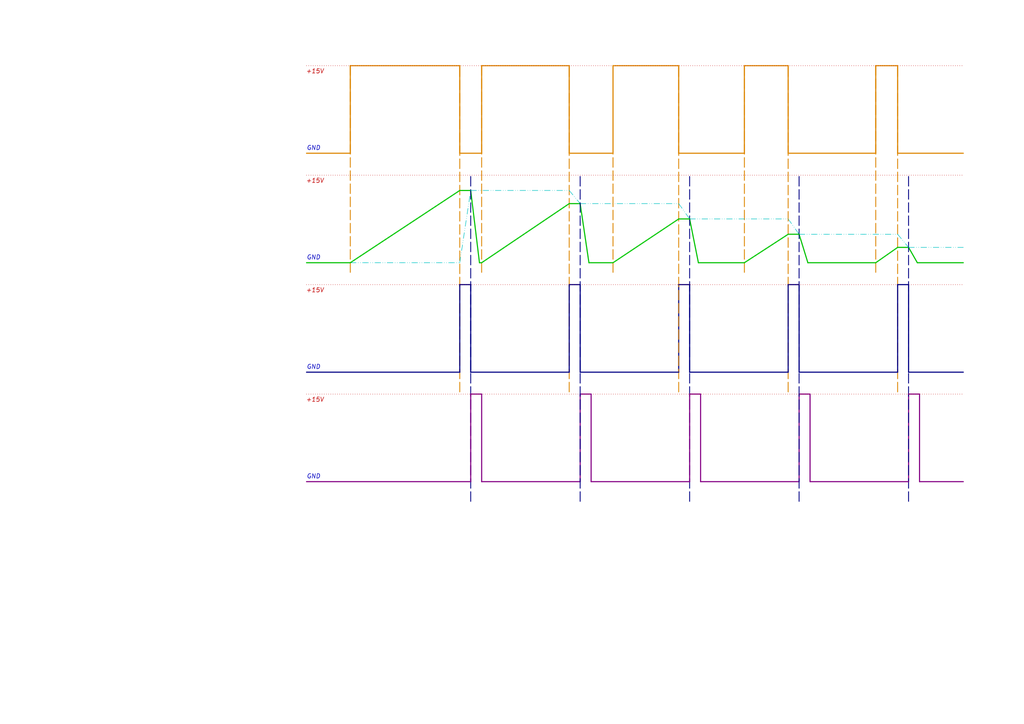
<source format=kicad_sch>
(kicad_sch (version 20230121) (generator eeschema)
  (paper "A4")
  (lib_symbols)
  (polyline (pts (xy 231.775 114.3) (xy 231.775 139.7)) (stroke (width 0.3175) (color 132 0 132 1)))
  (polyline (pts (xy 234.95 114.3) (xy 234.95 139.7)) (stroke (width 0.3175) (color 132 0 132 1)))
  (polyline (pts (xy 139.7 19.05) (xy 139.7 79.375)) (stroke (width 0.254) (type dash) (color 221 133 0 1)))
  (polyline (pts (xy 177.8 76.2) (xy 196.85 63.5)) (stroke (width 0.3175) (color 0 194 0 1)))
  (polyline (pts (xy 168.275 82.55) (xy 168.275 107.95)) (stroke (width 0.3175) (color 0 0 132 1)))
  (polyline (pts (xy 203.2 139.7) (xy 231.775 139.7)) (stroke (width 0.3175) (color 132 0 132 1)))
  (polyline (pts (xy 200.025 114.3) (xy 203.2 114.3)) (stroke (width 0.3175) (color 132 0 132 1)))
  (polyline (pts (xy 196.85 63.5) (xy 200.025 63.5)) (stroke (width 0.3175) (color 0 194 0 1)))
  (polyline (pts (xy 231.775 114.3) (xy 234.95 114.3)) (stroke (width 0.3175) (color 132 0 132 1)))
  (polyline (pts (xy 136.525 107.95) (xy 165.1 107.95)) (stroke (width 0.3175) (color 0 0 132 1)))
  (polyline (pts (xy 228.6 19.05) (xy 228.6 44.45)) (stroke (width 0.3175) (color 221 133 0 1)))
  (polyline (pts (xy 234.315 76.2) (xy 254 76.2)) (stroke (width 0.3175) (color 0 194 0 1)))
  (polyline (pts (xy 215.9 76.2) (xy 228.6 67.945)) (stroke (width 0.3175) (color 0 194 0 1)))
  (polyline (pts (xy 260.35 71.755) (xy 263.525 71.755)) (stroke (width 0.3175) (color 0 194 0 1)))
  (polyline (pts (xy 263.525 107.95) (xy 279.4 107.95)) (stroke (width 0.3175) (color 0 0 132 1)))
  (polyline (pts (xy 168.275 139.7) (xy 168.275 114.3)) (stroke (width 0.3175) (color 132 0 132 1)))
  (polyline (pts (xy 133.35 55.245) (xy 136.525 55.245)) (stroke (width 0.3175) (color 0 194 0 1)))
  (polyline (pts (xy 263.525 82.55) (xy 263.525 107.95)) (stroke (width 0.3175) (color 0 0 132 1)))
  (polyline (pts (xy 101.6 44.45) (xy 101.6 19.05)) (stroke (width 0.3175) (color 221 133 0 1)))
  (polyline (pts (xy 136.525 55.245) (xy 139.065 76.2)) (stroke (width 0.3175) (color 0 194 0 1)))
  (polyline (pts (xy 101.6 19.05) (xy 101.6 79.375)) (stroke (width 0.254) (type dash) (color 221 133 0 1)))
  (polyline (pts (xy 88.9 114.3) (xy 279.4 114.3)) (stroke (width 0) (type dot) (color 194 0 0 1)))
  (polyline (pts (xy 263.525 71.755) (xy 266.065 76.2)) (stroke (width 0.3175) (color 0 194 0 1)))
  (polyline (pts (xy 136.525 55.245) (xy 165.1 55.245)) (stroke (width 0) (type dash_dot_dot) (color 0 194 194 1)))
  (polyline (pts (xy 200.025 63.5) (xy 228.6 63.5)) (stroke (width 0) (type dash_dot_dot) (color 0 194 194 1)))
  (polyline (pts (xy 263.525 145.415) (xy 263.525 50.8)) (stroke (width 0.254) (type dash) (color 0 0 132 1)))
  (polyline (pts (xy 254 76.2) (xy 260.35 71.755)) (stroke (width 0.3175) (color 0 194 0 1)))
  (polyline (pts (xy 165.1 55.245) (xy 168.275 59.055)) (stroke (width 0) (type dash_dot_dot) (color 0 194 194 1)))
  (polyline (pts (xy 133.35 44.45) (xy 139.7 44.45)) (stroke (width 0.3175) (color 221 133 0 1)))
  (polyline (pts (xy 139.065 76.2) (xy 139.7 76.2)) (stroke (width 0.3175) (color 0 194 0 1)))
  (polyline (pts (xy 133.35 107.95) (xy 133.35 82.55)) (stroke (width 0.3175) (color 0 0 132 1)))
  (polyline (pts (xy 139.7 44.45) (xy 139.7 19.05)) (stroke (width 0.3175) (color 221 133 0 1)))
  (polyline (pts (xy 133.35 113.665) (xy 133.35 19.05)) (stroke (width 0.254) (type dash) (color 221 133 0 1)))
  (polyline (pts (xy 196.85 107.95) (xy 196.85 82.55)) (stroke (width 0.3175) (color 0 0 132 1)))
  (polyline (pts (xy 263.525 114.3) (xy 266.7 114.3)) (stroke (width 0.3175) (color 132 0 132 1)))
  (polyline (pts (xy 196.85 113.665) (xy 196.85 19.05)) (stroke (width 0.254) (type dash) (color 221 133 0 1)))
  (polyline (pts (xy 263.525 139.7) (xy 263.525 114.3)) (stroke (width 0.3175) (color 132 0 132 1)))
  (polyline (pts (xy 177.8 44.45) (xy 177.8 19.05)) (stroke (width 0.3175) (color 221 133 0 1)))
  (polyline (pts (xy 177.8 19.05) (xy 177.8 79.375)) (stroke (width 0.254) (type dash) (color 221 133 0 1)))
  (polyline (pts (xy 139.7 139.7) (xy 168.275 139.7)) (stroke (width 0.3175) (color 132 0 132 1)))
  (polyline (pts (xy 88.9 82.55) (xy 279.4 82.55)) (stroke (width 0) (type dot) (color 194 0 0 1)))
  (polyline (pts (xy 266.7 114.3) (xy 266.7 139.7)) (stroke (width 0.3175) (color 132 0 132 1)))
  (polyline (pts (xy 165.1 59.055) (xy 168.275 59.055)) (stroke (width 0.3175) (color 0 194 0 1)))
  (polyline (pts (xy 266.7 139.7) (xy 279.4 139.7)) (stroke (width 0.3175) (color 132 0 132 1)))
  (polyline (pts (xy 139.7 114.3) (xy 139.7 139.7)) (stroke (width 0.3175) (color 132 0 132 1)))
  (polyline (pts (xy 200.025 82.55) (xy 200.025 107.95)) (stroke (width 0.3175) (color 0 0 132 1)))
  (polyline (pts (xy 136.525 145.415) (xy 136.525 50.8)) (stroke (width 0.254) (type dash) (color 0 0 132 1)))
  (polyline (pts (xy 215.9 44.45) (xy 215.9 19.05)) (stroke (width 0.3175) (color 221 133 0 1)))
  (polyline (pts (xy 196.85 82.55) (xy 200.025 82.55)) (stroke (width 0.3175) (color 0 0 132 1)))
  (polyline (pts (xy 101.6 76.2) (xy 133.35 55.245)) (stroke (width 0.3175) (color 0 194 0 1)))
  (polyline (pts (xy 165.1 113.665) (xy 165.1 19.05)) (stroke (width 0.254) (type dash) (color 221 133 0 1)))
  (polyline (pts (xy 88.9 19.05) (xy 279.4 19.05)) (stroke (width 0) (type dot) (color 194 0 0 1)))
  (polyline (pts (xy 234.95 139.7) (xy 263.525 139.7)) (stroke (width 0.3175) (color 132 0 132 1)))
  (polyline (pts (xy 260.35 107.95) (xy 260.35 82.55)) (stroke (width 0.3175) (color 0 0 132 1)))
  (polyline (pts (xy 260.35 67.945) (xy 263.525 71.755)) (stroke (width 0) (type dash_dot_dot) (color 0 194 194 1)))
  (polyline (pts (xy 101.6 19.05) (xy 133.35 19.05)) (stroke (width 0.3175) (color 221 133 0 1)))
  (polyline (pts (xy 260.35 82.55) (xy 263.525 82.55)) (stroke (width 0.3175) (color 0 0 132 1)))
  (polyline (pts (xy 168.275 59.055) (xy 196.85 59.055)) (stroke (width 0) (type dash_dot_dot) (color 0 194 194 1)))
  (polyline (pts (xy 177.8 19.05) (xy 196.85 19.05)) (stroke (width 0.3175) (color 221 133 0 1)))
  (polyline (pts (xy 228.6 67.945) (xy 231.775 67.945)) (stroke (width 0.3175) (color 0 194 0 1)))
  (polyline (pts (xy 196.85 44.45) (xy 215.9 44.45)) (stroke (width 0.3175) (color 221 133 0 1)))
  (polyline (pts (xy 170.815 76.2) (xy 177.8 76.2)) (stroke (width 0.3175) (color 0 194 0 1)))
  (polyline (pts (xy 215.9 19.05) (xy 215.9 79.375)) (stroke (width 0.254) (type dash) (color 221 133 0 1)))
  (polyline (pts (xy 260.35 44.45) (xy 279.4 44.45)) (stroke (width 0.3175) (color 221 133 0 1)))
  (polyline (pts (xy 215.9 19.05) (xy 228.6 19.05)) (stroke (width 0.3175) (color 221 133 0 1)))
  (polyline (pts (xy 139.7 76.2) (xy 165.1 59.055)) (stroke (width 0.3175) (color 0 194 0 1)))
  (polyline (pts (xy 228.6 113.665) (xy 228.6 19.05)) (stroke (width 0.254) (type dash) (color 221 133 0 1)))
  (polyline (pts (xy 254 44.45) (xy 254 19.05)) (stroke (width 0.3175) (color 221 133 0 1)))
  (polyline (pts (xy 101.6 76.2) (xy 133.35 76.2)) (stroke (width 0) (type dash_dot_dot) (color 0 194 194 1)))
  (polyline (pts (xy 200.025 145.415) (xy 200.025 50.8)) (stroke (width 0.254) (type dash) (color 0 0 132 1)))
  (polyline (pts (xy 88.9 76.2) (xy 101.6 76.2)) (stroke (width 0.3175) (color 0 194 0 1)))
  (polyline (pts (xy 228.6 63.5) (xy 231.775 67.945)) (stroke (width 0) (type dash_dot_dot) (color 0 194 194 1)))
  (polyline (pts (xy 254 19.05) (xy 254 79.375)) (stroke (width 0.254) (type dash) (color 221 133 0 1)))
  (polyline (pts (xy 231.775 145.415) (xy 231.775 50.8)) (stroke (width 0.254) (type dash) (color 0 0 132 1)))
  (polyline (pts (xy 136.525 139.7) (xy 136.525 114.3)) (stroke (width 0.3175) (color 132 0 132 1)))
  (polyline (pts (xy 133.35 19.05) (xy 133.35 44.45)) (stroke (width 0.3175) (color 221 133 0 1)))
  (polyline (pts (xy 260.35 113.665) (xy 260.35 19.05)) (stroke (width 0.254) (type dash) (color 221 133 0 1)))
  (polyline (pts (xy 168.275 107.95) (xy 196.85 107.95)) (stroke (width 0.3175) (color 0 0 132 1)))
  (polyline (pts (xy 136.525 114.3) (xy 139.7 114.3)) (stroke (width 0.3175) (color 132 0 132 1)))
  (polyline (pts (xy 203.2 114.3) (xy 203.2 139.7)) (stroke (width 0.3175) (color 132 0 132 1)))
  (polyline (pts (xy 263.525 71.755) (xy 279.4 71.755)) (stroke (width 0) (type dash_dot_dot) (color 0 194 194 1)))
  (polyline (pts (xy 200.025 107.95) (xy 228.6 107.95)) (stroke (width 0.3175) (color 0 0 132 1)))
  (polyline (pts (xy 260.35 19.05) (xy 260.35 44.45)) (stroke (width 0.3175) (color 221 133 0 1)))
  (polyline (pts (xy 196.85 59.055) (xy 200.025 63.5)) (stroke (width 0) (type dash_dot_dot) (color 0 194 194 1)))
  (polyline (pts (xy 165.1 44.45) (xy 177.8 44.45)) (stroke (width 0.3175) (color 221 133 0 1)))
  (polyline (pts (xy 254 19.05) (xy 260.35 19.05)) (stroke (width 0.3175) (color 221 133 0 1)))
  (polyline (pts (xy 228.6 82.55) (xy 231.775 82.55)) (stroke (width 0.3175) (color 0 0 132 1)))
  (polyline (pts (xy 165.1 107.95) (xy 165.1 82.55)) (stroke (width 0.3175) (color 0 0 132 1)))
  (polyline (pts (xy 88.9 44.45) (xy 101.6 44.45)) (stroke (width 0.3175) (color 221 133 0 1)))
  (polyline (pts (xy 231.775 67.945) (xy 234.315 76.2)) (stroke (width 0.3175) (color 0 194 0 1)))
  (polyline (pts (xy 136.525 82.55) (xy 136.525 107.95)) (stroke (width 0.3175) (color 0 0 132 1)))
  (polyline (pts (xy 168.275 59.055) (xy 170.815 76.2)) (stroke (width 0.3175) (color 0 194 0 1)))
  (polyline (pts (xy 88.9 139.7) (xy 136.525 139.7)) (stroke (width 0.3175) (color 132 0 132 1)))
  (polyline (pts (xy 202.565 76.2) (xy 215.9 76.2)) (stroke (width 0.3175) (color 0 194 0 1)))
  (polyline (pts (xy 266.065 76.2) (xy 279.4 76.2)) (stroke (width 0.3175) (color 0 194 0 1)))
  (polyline (pts (xy 165.1 19.05) (xy 165.1 44.45)) (stroke (width 0.3175) (color 221 133 0 1)))
  (polyline (pts (xy 228.6 82.55) (xy 228.6 107.95)) (stroke (width 0.3175) (color 0 0 132 1)))
  (polyline (pts (xy 196.85 19.05) (xy 196.85 44.45)) (stroke (width 0.3175) (color 221 133 0 1)))
  (polyline (pts (xy 200.025 63.5) (xy 202.565 76.2)) (stroke (width 0.3175) (color 0 194 0 1)))
  (polyline (pts (xy 88.9 50.8) (xy 279.4 50.8)) (stroke (width 0) (type dot) (color 194 0 0 1)))
  (polyline (pts (xy 231.775 67.945) (xy 260.35 67.945)) (stroke (width 0) (type dash_dot_dot) (color 0 194 194 1)))
  (polyline (pts (xy 171.45 139.7) (xy 200.025 139.7)) (stroke (width 0.3175) (color 132 0 132 1)))
  (polyline (pts (xy 165.1 82.55) (xy 168.275 82.55)) (stroke (width 0.3175) (color 0 0 132 1)))
  (polyline (pts (xy 88.9 107.95) (xy 133.35 107.95)) (stroke (width 0.3175) (color 0 0 132 1)))
  (polyline (pts (xy 200.025 139.7) (xy 200.025 114.3)) (stroke (width 0.3175) (color 132 0 132 1)))
  (polyline (pts (xy 231.775 107.95) (xy 260.35 107.95)) (stroke (width 0.3175) (color 0 0 132 1)))
  (polyline (pts (xy 139.7 19.05) (xy 165.1 19.05)) (stroke (width 0.3175) (color 221 133 0 1)))
  (polyline (pts (xy 168.275 114.3) (xy 171.45 114.3)) (stroke (width 0.3175) (color 132 0 132 1)))
  (polyline (pts (xy 133.35 82.55) (xy 136.525 82.55)) (stroke (width 0.3175) (color 0 0 132 1)))
  (polyline (pts (xy 168.275 145.415) (xy 168.275 50.8)) (stroke (width 0.254) (type dash) (color 0 0 132 1)))
  (polyline (pts (xy 231.775 82.55) (xy 231.775 107.95)) (stroke (width 0.3175) (color 0 0 132 1)))
  (polyline (pts (xy 133.35 76.2) (xy 136.525 55.245)) (stroke (width 0) (type dash_dot_dot) (color 0 194 194 1)))
  (polyline (pts (xy 228.6 44.45) (xy 254 44.45)) (stroke (width 0.3175) (color 221 133 0 1)))
  (polyline (pts (xy 171.45 114.3) (xy 171.45 139.7)) (stroke (width 0.3175) (color 132 0 132 1)))
  (text "+15V" (at 93.98 21.59 0) (effects (font (size 1.27 1.27) italic) (justify right bottom)))
  (text "GND" (at 88.9 139.065 0) (effects (font (size 1.27 1.27) italic) (justify left bottom)))
  (text "GND" (at 88.9 75.565 0) (effects (font (size 1.27 1.27) italic) (justify left bottom)))
  (text "GND" (at 88.9 107.315 0) (effects (font (size 1.27 1.27) italic) (justify left bottom)))
  (text "+15V" (at 93.98 85.09 0) (effects (font (size 1.27 1.27) italic) (justify right bottom)))
  (text "GND" (at 88.9 43.815 0) (effects (font (size 1.27 1.27) italic) (justify left bottom)))
  (text "+15V" (at 93.98 116.84 0) (effects (font (size 1.27 1.27) italic) (justify right bottom)))
  (text "+15V" (at 93.98 53.34 0) (effects (font (size 1.27 1.27) italic) (justify right bottom)))
)
</source>
